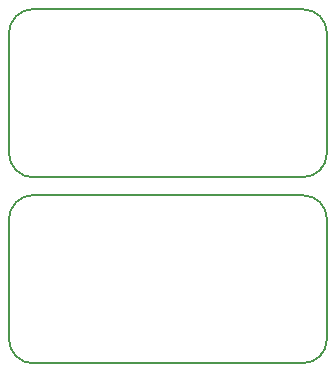
<source format=gko>
%TF.GenerationSoftware,KiCad,Pcbnew,4.0.4+e1-6308~48~ubuntu16.04.1-stable*%
%TF.CreationDate,2017-01-02T12:50:36-08:00*%
%TF.ProjectId,mpu9250-breakout,6D7075393235302D627265616B6F7574,v1.0*%
%TF.FileFunction,Profile,NP*%
%FSLAX46Y46*%
G04 Gerber Fmt 4.6, Leading zero omitted, Abs format (unit mm)*
G04 Created by KiCad (PCBNEW 4.0.4+e1-6308~48~ubuntu16.04.1-stable) date Mon Jan  2 12:50:36 2017*
%MOMM*%
%LPD*%
G01*
G04 APERTURE LIST*
%ADD10C,0.350000*%
%ADD11C,0.152400*%
G04 APERTURE END LIST*
D10*
D11*
X132588000Y-107188000D02*
G75*
G03X130556000Y-109220000I0J-2032000D01*
G01*
X130556000Y-109220000D02*
X130556000Y-119380000D01*
X130556000Y-119380000D02*
G75*
G03X132588000Y-121412000I2032000J0D01*
G01*
X132588000Y-121412000D02*
X155448000Y-121412000D01*
X155448000Y-121412000D02*
G75*
G03X157480000Y-119380000I0J2032000D01*
G01*
X157480000Y-119380000D02*
X157480000Y-109220000D01*
X157480000Y-109220000D02*
G75*
G03X155448000Y-107188000I-2032000J0D01*
G01*
X155448000Y-107188000D02*
X132588000Y-107188000D01*
X157480000Y-103632000D02*
X157480000Y-93472000D01*
X132588000Y-105664000D02*
X155448000Y-105664000D01*
X130556000Y-93472000D02*
X130556000Y-103632000D01*
X155448000Y-91440000D02*
X132588000Y-91440000D01*
X132588000Y-91440000D02*
G75*
G03X130556000Y-93472000I0J-2032000D01*
G01*
X130556000Y-103632000D02*
G75*
G03X132588000Y-105664000I2032000J0D01*
G01*
X155448000Y-105664000D02*
G75*
G03X157480000Y-103632000I0J2032000D01*
G01*
X157480000Y-93472000D02*
G75*
G03X155448000Y-91440000I-2032000J0D01*
G01*
M02*

</source>
